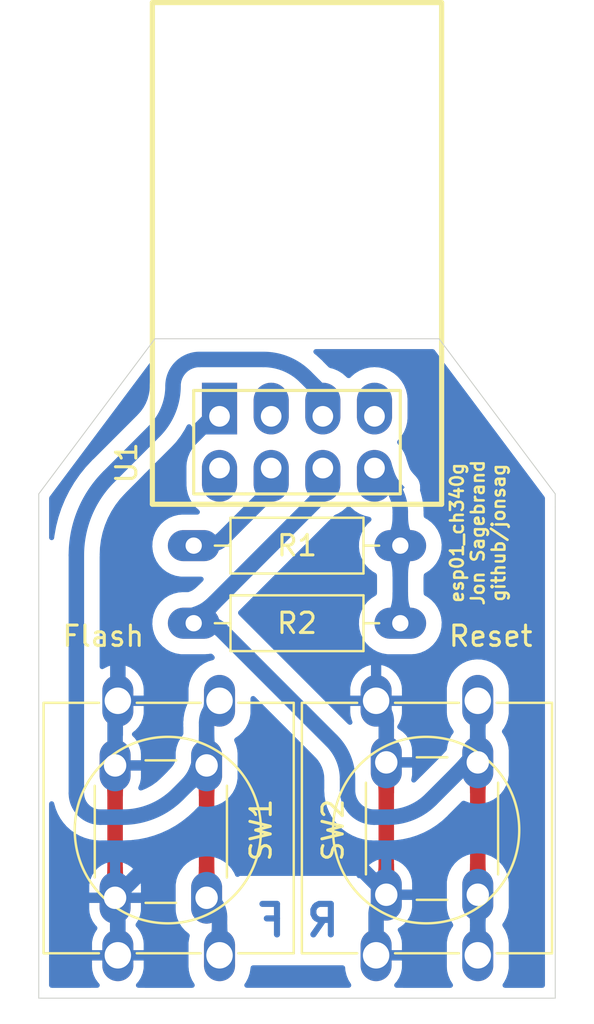
<source format=kicad_pcb>
(kicad_pcb (version 20211014) (generator pcbnew)
  (title_block (title "esp-01_ch340g") (date "2022-10-23") (rev "0.1"))
  (layers (0 "F.Cu" signal) (31 "B.Cu" signal) (34 "B.Paste" user) (35 "F.Paste" user) (36 "B.SilkS" user "B.Silkscreen") (37 "F.SilkS" user "F.Silkscreen") (38 "B.Mask" user) (39 "F.Mask" user) (44 "Edge.Cuts" user))
  (net 0 "")
  (net 1 "Net-(R1-Pad2)")
  (net 2 "VCC")
  (net 3 "Net-(R2-Pad2)")
  (net 4 "GND")
  (net 5 "Net-(SW3-Pad1)")
  (footprint "My_Misc:R_Axial_DIN0207_L6.3mm_D2.5mm_P10.16mm_Horizontal_larger_pads" (layer "F.Cu") (at 162.56 81.915 180)
    (fp_text reference "R1" (at 5.08 0) (layer "F.SilkS"))
    (fp_text value "10k" hide)
    (fp_line (start 9.12 0) (end 8.35 0) (layer "F.SilkS") (width 0.12))
    (fp_line (start 8.35 -1.37) (end 1.81 -1.37) (layer "F.SilkS") (width 0.12))
    (fp_line (start 1.04 0) (end 1.81 0) (layer "F.SilkS") (width 0.12))
    (fp_line (start 1.81 -1.37) (end 1.81 1.37) (layer "F.SilkS") (width 0.12))
    (fp_line (start 8.35 1.37) (end 8.35 -1.37) (layer "F.SilkS") (width 0.12))
    (fp_line (start 1.81 1.37) (end 8.35 1.37) (layer "F.SilkS") (width 0.12))
    (pad "1" thru_hole oval (at 0 0 180) (size 2.54 1.524) (drill 0.8) (layers *.Cu *.Mask) (net 2 "VCC"))
    (pad "2" thru_hole oval (at 10.16 0 180) (size 2.54 1.524) (drill 0.8) (layers *.Cu *.Mask) (net 1 "Net-(R1-Pad2)"))
  )
  (footprint "My_Misc:R_Axial_DIN0207_L6.3mm_D2.5mm_P10.16mm_Horizontal_larger_pads" (layer "F.Cu") (at 162.56 85.725 180)
    (fp_text reference "R2" (at 5.08 0) (layer "F.SilkS"))
    (fp_text value "10k" hide)
    (fp_line (start 9.12 0) (end 8.35 0) (layer "F.SilkS") (width 0.12))
    (fp_line (start 1.81 1.37) (end 8.35 1.37) (layer "F.SilkS") (width 0.12))
    (fp_line (start 1.04 0) (end 1.81 0) (layer "F.SilkS") (width 0.12))
    (fp_line (start 8.35 -1.37) (end 1.81 -1.37) (layer "F.SilkS") (width 0.12))
    (fp_line (start 1.81 -1.37) (end 1.81 1.37) (layer "F.SilkS") (width 0.12))
    (fp_line (start 8.35 1.37) (end 8.35 -1.37) (layer "F.SilkS") (width 0.12))
    (pad "1" thru_hole oval (at 0 0 180) (size 2.54 1.524) (drill 0.8) (layers *.Cu *.Mask) (net 2 "VCC"))
    (pad "2" thru_hole oval (at 10.16 0 180) (size 2.54 1.524) (drill 0.8) (layers *.Cu *.Mask) (net 3 "Net-(R2-Pad2)"))
  )
  (footprint "My_Misc:SW_PUSH-12mm_large" (layer "F.Cu") (at 153.67 89.535 -90)
    (fp_text reference "SW1" (at 6.35 -2.03905 90) (layer "F.SilkS"))
    (fp_text value "Flash 12mm")
    (fp_line (start 0.1 8.65) (end 0.1 5.93) (layer "F.SilkS") (width 0.12))
    (fp_line (start 12.4 5.93) (end 12.4 8.65) (layer "F.SilkS") (width 0.12))
    (fp_line (start 12.4 0.93) (end 12.4 4.07) (layer "F.SilkS") (width 0.12))
    (fp_line (start 0.1 4.07) (end 0.1 0.93) (layer "F.SilkS") (width 0.12))
    (fp_line (start 12.4 -3.65) (end 12.4 -0.93) (layer "F.SilkS") (width 0.12))
    (fp_line (start 12.4 8.65) (end 0.1 8.65) (layer "F.SilkS") (width 0.12))
    (fp_line (start 0.1 -3.65) (end 12.4 -3.65) (layer "F.SilkS") (width 0.12))
    (fp_line (start 0.1 -0.93) (end 0.1 -3.65) (layer "F.SilkS") (width 0.12))
    (fp_circle (center 6.35 2.54) (end 10.16 5.08) (layer "F.SilkS") (width 0.12) (fill none))
    (pad "1" thru_hole oval (at 0 0 270) (size 2.54 1.524) (drill 1.3) (layers *.Cu *.Mask) (net 5 "Net-(SW3-Pad1)"))
    (pad "1" thru_hole oval (at 12.5 0 270) (size 2.54 1.524) (drill 1.3) (layers *.Cu *.Mask) (net 5 "Net-(SW3-Pad1)"))
    (pad "2" thru_hole oval (at 12.5 5 270) (size 2.54 1.524) (drill 1.3) (layers *.Cu *.Mask) (net 4 "GND"))
    (pad "2" thru_hole oval (at 0 5 270) (size 2.54 1.524) (drill 1.3) (layers *.Cu *.Mask) (net 4 "GND"))
  )
  (footprint "My_Misc:SW_PUSH-12mm_large" (layer "F.Cu") (at 166.37 89.535 -90)
    (fp_text reference "SW2" (at 6.35 7.11905 90) (layer "F.SilkS"))
    (fp_text value "Reset 12mm")
    (fp_line (start 0.1 -3.65) (end 12.4 -3.65) (layer "F.SilkS") (width 0.12))
    (fp_line (start 0.1 4.07) (end 0.1 0.93) (layer "F.SilkS") (width 0.12))
    (fp_line (start 0.1 8.65) (end 0.1 5.93) (layer "F.SilkS") (width 0.12))
    (fp_line (start 12.4 0.93) (end 12.4 4.07) (layer "F.SilkS") (width 0.12))
    (fp_line (start 12.4 8.65) (end 0.1 8.65) (layer "F.SilkS") (width 0.12))
    (fp_line (start 12.4 -3.65) (end 12.4 -0.93) (layer "F.SilkS") (width 0.12))
    (fp_line (start 12.4 5.93) (end 12.4 8.65) (layer "F.SilkS") (width 0.12))
    (fp_line (start 0.1 -0.93) (end 0.1 -3.65) (layer "F.SilkS") (width 0.12))
    (fp_circle (center 6.35 2.54) (end 10.16 5.08) (layer "F.SilkS") (width 0.12) (fill none))
    (pad "1" thru_hole oval (at 0 0 270) (size 2.54 1.524) (drill 1.3) (layers *.Cu *.Mask) (net 3 "Net-(R2-Pad2)"))
    (pad "1" thru_hole oval (at 12.5 0 270) (size 2.54 1.524) (drill 1.3) (layers *.Cu *.Mask) (net 3 "Net-(R2-Pad2)"))
    (pad "2" thru_hole oval (at 0 5 270) (size 2.54 1.524) (drill 1.3) (layers *.Cu *.Mask) (net 4 "GND"))
    (pad "2" thru_hole oval (at 12.5 5 270) (size 2.54 1.524) (drill 1.3) (layers *.Cu *.Mask) (net 4 "GND"))
  )
  (footprint "My_Arduino:ESP-01_w_pin_socket_large" (layer "F.Cu") (at 153.67 78.105 90)
    (fp_text reference "U1" (at 0.254 -4.572 90) (layer "F.SilkS"))
    (fp_text value "ESP-01")
    (fp_line (start -1.778 10.922) (end -1.778 -3.302) (layer "F.SilkS") (width 0.254))
    (fp_line (start -1.27 -1.27) (end -1.27 1.27) (layer "F.SilkS") (width 0.1524))
    (fp_line (start 3.81 -1.27) (end 1.27 -1.27) (layer "F.SilkS") (width 0.1524))
    (fp_line (start 1.27 -1.27) (end -1.27 -1.27) (layer "F.SilkS") (width 0.1524))
    (fp_line (start -1.778 -3.302) (end 22.86 -3.302) (layer "F.SilkS") (width 0.254))
    (fp_line (start 3.81 8.89) (end 3.81 -1.27) (layer "F.SilkS") (width 0.1524))
    (fp_line (start -1.27 8.89) (end 3.81 8.89) (layer "F.SilkS") (width 0.1524))
    (fp_line (start -1.27 1.27) (end -1.27 8.89) (layer "F.SilkS") (width 0.1524))
    (fp_line (start 22.86 -3.302) (end 22.86 10.922) (layer "F.SilkS") (width 0.254))
    (fp_line (start 22.86 10.922) (end -1.778 10.922) (layer "F.SilkS") (width 0.254))
    (pad "1" thru_hole rect (at 2.54 0 90) (size 2.54 1.7272) (drill 1.016 (offset 0.381 0)) (layers *.Cu *.Mask) (net 4 "GND"))
    (pad "2" thru_hole oval (at 0 0 90) (size 2.54 1.7272) (drill 1.016 (offset -0.381 0)) (layers *.Cu *.Mask))
    (pad "3" thru_hole oval (at 2.54 2.54 90) (size 2.54 1.7272) (drill 1.016 (offset 0.381 0)) (layers *.Cu *.Mask))
    (pad "4" thru_hole oval (at 0 2.54 90) (size 2.54 1.7272) (drill 1.016 (offset -0.381 0)) (layers *.Cu *.Mask) (net 1 "Net-(R1-Pad2)"))
    (pad "5" thru_hole oval (at 2.54 5.08 90) (size 2.54 1.7272) (drill 1.016 (offset 0.381 0)) (layers *.Cu *.Mask) (net 5 "Net-(SW3-Pad1)"))
    (pad "6" thru_hole oval (at 0 5.08 90) (size 2.54 1.7272) (drill 1.016 (offset -0.381 0)) (layers *.Cu *.Mask) (net 3 "Net-(R2-Pad2)"))
    (pad "7" thru_hole oval (at 2.54 7.62 90) (size 2.54 1.7272) (drill 1.016 (offset 0.381 0)) (layers *.Cu *.Mask))
    (pad "8" thru_hole oval (at 0 7.62 90) (size 2.54 1.7272) (drill 1.016 (offset -0.381 0)) (layers *.Cu *.Mask) (net 2 "VCC"))
  )
  (footprint "My_Misc:SW_PUSH_6mm_large" (layer "F.Cu") (at 153.035 92.71 -90)
    (fp_text reference "SW3" hide)
    (fp_text value "Flash 6mm" hide)
    (fp_line (start 5.5 -1) (end 1 -1) (layer "F.SilkS") (width 0.12))
    (fp_line (start -0.25 1.5) (end -0.25 3) (layer "F.SilkS") (width 0.12))
    (fp_line (start 1 5.5) (end 5.5 5.5) (layer "F.SilkS") (width 0.12))
    (fp_line (start 6.75 3) (end 6.75 1.5) (layer "F.SilkS") (width 0.12))
    (pad "1" thru_hole oval locked (at 0 0) (size 1.524 2.54) (drill 1.1) (layers *.Cu *.Mask) (net 5 "Net-(SW3-Pad1)"))
    (pad "1" thru_hole oval locked (at 6.5 0) (size 1.524 2.54) (drill 1.1) (layers *.Cu *.Mask) (net 5 "Net-(SW3-Pad1)"))
    (pad "2" thru_hole oval locked (at 0 4.5) (size 1.524 2.54) (drill 1.1) (layers *.Cu *.Mask) (net 4 "GND"))
    (pad "2" thru_hole oval locked (at 6.5 4.5) (size 1.524 2.54) (drill 1.1) (layers *.Cu *.Mask) (net 4 "GND"))
  )
  (footprint "My_Misc:SW_PUSH_6mm_large" (layer "F.Cu") (at 166.37 92.56 -90)
    (fp_text reference "SW4" hide)
    (fp_text value "Reset 6mm" hide)
    (fp_line (start 5.5 -1) (end 1 -1) (layer "F.SilkS") (width 0.12))
    (fp_line (start 6.75 3) (end 6.75 1.5) (layer "F.SilkS") (width 0.12))
    (fp_line (start 1 5.5) (end 5.5 5.5) (layer "F.SilkS") (width 0.12))
    (fp_line (start -0.25 1.5) (end -0.25 3) (layer "F.SilkS") (width 0.12))
    (pad "1" thru_hole oval locked (at 0 0) (size 1.524 2.54) (drill 1.1) (layers *.Cu *.Mask) (net 3 "Net-(R2-Pad2)"))
    (pad "1" thru_hole oval locked (at 6.5 0) (size 1.524 2.54) (drill 1.1) (layers *.Cu *.Mask) (net 3 "Net-(R2-Pad2)"))
    (pad "2" thru_hole oval locked (at 0 4.5) (size 1.524 2.54) (drill 1.1) (layers *.Cu *.Mask) (net 4 "GND"))
    (pad "2" thru_hole oval locked (at 6.5 4.5) (size 1.524 2.54) (drill 1.1) (layers *.Cu *.Mask) (net 4 "GND"))
  )
  (gr_line (start 144.78 79.375) (end 144.78 104.14) (layer "Edge.Cuts") (width 0.05))
  (gr_line (start 150.495 71.755) (end 144.78 79.375) (layer "Edge.Cuts") (width 0.05))
  (gr_line (start 144.78 104.14) (end 170.18 104.14) (layer "Edge.Cuts") (width 0.05))
  (gr_line (start 170.18 79.375) (end 164.465 71.755) (layer "Edge.Cuts") (width 0.05))
  (gr_line (start 170.18 104.14) (end 170.18 80.01) (layer "Edge.Cuts") (width 0.05))
  (gr_line (start 170.18 80.01) (end 170.18 79.375) (layer "Edge.Cuts") (width 0.05))
  (gr_line (start 164.465 71.755) (end 150.495 71.755) (layer "Edge.Cuts") (width 0.05))
  (gr_text "F" (at 156.21 100.33) (layer "B.Cu") (effects (font (size 1.5 1.5) (thickness 0.3)) (justify mirror)))
  (gr_text "R" (at 158.75 100.33) (layer "B.Cu") (effects (font (size 1.5 1.5) (thickness 0.3)) (justify mirror)))
  (gr_text "Flash" (at 147.955 86.36) (layer "F.SilkS") (effects (font (size 1 1))))
  (gr_text "esp01_ch340g\nJon Sagebrand\ngithub/jonsag" (at 166.37 81.28 90) (layer "F.SilkS") (effects (font (size 0.635 0.635) (thickness 0.127))))
  (gr_text "Reset" (at 167.005 86.36) (layer "F.SilkS") (effects (font (size 1 1))))
  (segment (start 152.942241 81.915) (end 152.4 81.915) (width 0.762) (layer "B.Cu") (net 1))
  (segment (start 155.826577 79.572904) (end 153.867904 81.531577) (width 0.762) (layer "B.Cu") (net 1))
  (segment (start 156.21 78.647241) (end 156.21 78.105) (width 0.762) (layer "B.Cu") (net 1))
  (arc (start 156.21 78.647241) (mid 156.110351 79.148206) (end 155.826577 79.572904) (width 0.762) (layer "B.Cu") (net 1))
  (arc (start 153.867904 81.531577) (mid 153.443206 81.815351) (end 152.942241 81.915) (width 0.762) (layer "B.Cu") (net 1))
  (segment (start 161.925 78.74) (end 161.29 78.105) (width 0.762) (layer "B.Cu") (net 2))
  (segment (start 162.56 80.645) (end 162.56 80.273025) (width 0.762) (layer "B.Cu") (net 2))
  (segment (start 162.56 80.645) (end 162.56 83.185) (width 0.762) (layer "B.Cu") (net 2))
  (segment (start 162.56 83.185) (end 162.56 85.725) (width 0.762) (layer "B.Cu") (net 2))
  (arc (start 161.925 78.74) (mid 162.394968 79.443357) (end 162.56 80.273025) (width 0.762) (layer "B.Cu") (net 2))
  (segment (start 166.37 92.56) (end 166.37 99.06) (width 0.762) (layer "F.Cu") (net 3))
  (segment (start 161.963949 95.25) (end 161.275546 95.25) (width 0.762) (layer "B.Cu") (net 3))
  (segment (start 166.37 102.035) (end 166.37 99.06) (width 0.762) (layer "B.Cu") (net 3))
  (segment (start 159.96548 93.939933) (end 159.96548 93.37853) (width 0.762) (layer "B.Cu") (net 3))
  (segment (start 158.75 78.74) (end 158.75 78.105) (width 0.762) (layer "B.Cu") (net 3))
  (segment (start 164.065484 94.379515) (end 166.37 92.075) (width 0.762) (layer "B.Cu") (net 3))
  (segment (start 159.184798 91.493798) (end 153.77521 86.08421) (width 0.762) (layer "B.Cu") (net 3))
  (segment (start 158.300987 79.824012) (end 152.75921 85.365789) (width 0.762) (layer "B.Cu") (net 3))
  (segment (start 166.37 92.56) (end 166.37 89.535) (width 0.762) (layer "B.Cu") (net 3))
  (arc (start 152.75921 85.365789) (mid 152.713596 85.595103) (end 152.908 85.725) (width 0.762) (layer "B.Cu") (net 3))
  (arc (start 159.96548 93.939933) (mid 160.065202 94.441274) (end 160.349189 94.86629) (width 0.762) (layer "B.Cu") (net 3))
  (arc (start 158.75 78.74) (mid 158.633305 79.326663) (end 158.300987 79.824012) (width 0.762) (layer "B.Cu") (net 3))
  (arc (start 153.77521 86.08421) (mid 153.37733 85.818355) (end 152.908 85.725) (width 0.762) (layer "B.Cu") (net 3))
  (arc (start 160.349189 94.86629) (mid 160.774205 95.150277) (end 161.275546 95.25) (width 0.762) (layer "B.Cu") (net 3))
  (arc (start 164.065484 94.379515) (mid 163.101291 95.023768) (end 161.963949 95.25) (width 0.762) (layer "B.Cu") (net 3))
  (arc (start 159.184798 91.493798) (mid 159.762587 92.35852) (end 159.96548 93.37853) (width 0.762) (layer "B.Cu") (net 3))
  (segment (start 148.535 98.966109) (end 148.535 92.71) (width 0.762) (layer "F.Cu") (net 4))
  (segment (start 161.8975 99.0325) (end 161.925 99.06) (width 0.762) (layer "F.Cu") (net 4))
  (segment (start 148.5625 99.0325) (end 148.59 99.06) (width 0.762) (layer "F.Cu") (net 4))
  (segment (start 161.87 98.966109) (end 161.87 92.56) (width 0.762) (layer "F.Cu") (net 4))
  (arc (start 161.87 98.966109) (mid 161.877147 99.002039) (end 161.8975 99.0325) (width 0.762) (layer "F.Cu") (net 4))
  (arc (start 148.535 98.966109) (mid 148.542147 99.002039) (end 148.5625 99.0325) (width 0.762) (layer "F.Cu") (net 4))
  (segment (start 148.535 89.62889) (end 148.535 92.71) (width 0.762) (layer "B.Cu") (net 4))
  (segment (start 161.37 100.007444) (end 161.37 102.035) (width 0.762) (layer "B.Cu") (net 4))
  (segment (start 161.58 89.825) (end 161.29 89.535) (width 0.762) (layer "B.Cu") (net 4))
  (segment (start 148.67 99.196568) (end 148.67 102.035) (width 0.762) (layer "B.Cu") (net 4))
  (segment (start 153.233503 75.679014) (end 150.263792 78.648725) (width 0.762) (layer "B.Cu") (net 4))
  (segment (start 149.74126 98.00374) (end 148.535 99.21) (width 0.762) (layer "B.Cu") (net 4))
  (segment (start 153.508759 75.565) (end 153.67 75.565) (width 0.762) (layer "B.Cu") (net 4))
  (segment (start 161.87 90.525121) (end 161.87 92.56) (width 0.762) (layer "B.Cu") (net 4))
  (segment (start 148.67 82.496481) (end 148.67 89.535) (width 0.762) (layer "B.Cu") (net 4))
  (segment (start 160.79374 97.92874) (end 161.6475 98.7825) (width 0.762) (layer "B.Cu") (net 4))
  (segment (start 148.63 99.1) (end 148.59 99.06) (width 0.762) (layer "B.Cu") (net 4))
  (segment (start 148.5625 89.5625) (end 148.59 89.535) (width 0.762) (layer "B.Cu") (net 4))
  (segment (start 158.062636 96.79748) (end 152.653429 96.79748) (width 0.762) (layer "B.Cu") (net 4))
  (arc (start 152.653429 96.79748) (mid 151.077374 97.110976) (end 149.74126 98.00374) (width 0.762) (layer "B.Cu") (net 4))
  (arc (start 161.6475 98.7825) (mid 161.762444 99.06) (end 161.6475 99.3375) (width 0.762) (layer "B.Cu") (net 4))
  (arc (start 148.5625 89.5625) (mid 148.542147 89.59296) (end 148.535 89.62889) (width 0.762) (layer "B.Cu") (net 4))
  (arc (start 161.6475 99.3375) (mid 161.442119 99.644872) (end 161.37 100.007444) (width 0.762) (layer "B.Cu") (net 4))
  (arc (start 150.263792 78.648725) (mid 149.084213 80.41409) (end 148.67 82.496481) (width 0.762) (layer "B.Cu") (net 4))
  (arc (start 160.79374 97.92874) (mid 159.540698 97.091484) (end 158.062636 96.79748) (width 0.762) (layer "B.Cu") (net 4))
  (arc (start 161.58 89.825) (mid 161.794631 90.146218) (end 161.87 90.525121) (width 0.762) (layer "B.Cu") (net 4))
  (arc (start 148.63 99.1) (mid 148.659604 99.144305) (end 148.67 99.196568) (width 0.762) (layer "B.Cu") (net 4))
  (arc (start 153.508759 75.565) (mid 153.359791 75.594631) (end 153.233503 75.679014) (width 0.762) (layer "B.Cu") (net 4))
  (segment (start 153.035 92.71) (end 153.035 99.06) (width 0.762) (layer "F.Cu") (net 5))
  (segment (start 150.463234 76.294701) (end 148.224272 78.533663) (width 0.762) (layer "B.Cu") (net 5))
  (segment (start 158.75 75.022759) (end 158.75 75.565) (width 0.762) (layer "B.Cu") (net 5))
  (segment (start 153.035 91.44) (end 153.035 90.619012) (width 0.762) (layer "B.Cu") (net 5))
  (segment (start 148.9075 95.25) (end 147.807564 95.25) (width 0.762) (layer "B.Cu") (net 5))
  (segment (start 153.67 100.144012) (end 153.67 102.035) (width 0.762) (layer "B.Cu") (net 5))
  (segment (start 146.63048 94.072915) (end 146.63048 82.381419) (width 0.762) (layer "B.Cu") (net 5))
  (segment (start 155.832505 72.771489) (end 152.684979 72.771489) (width 0.762) (layer "B.Cu") (net 5))
  (segment (start 157.895485 73.626003) (end 158.366577 74.097095) (width 0.762) (layer "B.Cu") (net 5))
  (segment (start 152.136974 93.608025) (end 151.617532 94.127467) (width 0.762) (layer "B.Cu") (net 5))
  (segment (start 153.3525 89.8525) (end 153.67 89.535) (width 0.762) (layer "B.Cu") (net 5))
  (segment (start 153.3525 99.3775) (end 153.035 99.06) (width 0.762) (layer "B.Cu") (net 5))
  (arc (start 146.63048 94.072915) (mid 146.72008 94.523366) (end 146.97524 94.90524) (width 0.762) (layer "B.Cu") (net 5))
  (arc (start 146.97524 94.90524) (mid 147.357113 95.160399) (end 147.807564 95.25) (width 0.762) (layer "B.Cu") (net 5))
  (arc (start 152.684979 72.771489) (mid 151.764702 73.15268) (end 151.383511 74.072957) (width 0.762) (layer "B.Cu") (net 5))
  (arc (start 157.895485 73.626003) (mid 156.948981 72.993569) (end 155.832505 72.771489) (width 0.762) (layer "B.Cu") (net 5))
  (arc (start 153.035 91.44) (mid 152.80161 92.613326) (end 152.136974 93.608025) (width 0.762) (layer "B.Cu") (net 5))
  (arc (start 153.3525 89.8525) (mid 153.117515 90.204178) (end 153.035 90.619012) (width 0.762) (layer "B.Cu") (net 5))
  (arc (start 153.3525 99.3775) (mid 153.587484 99.729178) (end 153.67 100.144012) (width 0.762) (layer "B.Cu") (net 5))
  (arc (start 148.224272 78.533663) (mid 147.044693 80.299028) (end 146.63048 82.381419) (width 0.762) (layer "B.Cu") (net 5))
  (arc (start 158.366577 74.097095) (mid 158.650351 74.521793) (end 158.75 75.022759) (width 0.762) (layer "B.Cu") (net 5))
  (arc (start 151.383511 74.072957) (mid 151.144338 75.275356) (end 150.463234 76.294701) (width 0.762) (layer "B.Cu") (net 5))
  (arc (start 151.617532 94.127467) (mid 150.374158 94.958263) (end 148.9075 95.25) (width 0.762) (layer "B.Cu") (net 5))
  (zone (net 4) (net_name "GND") (layer "F.Cu") (priority 16962) (connect_pads yes (clearance 0)) (min_thickness 0.0254) (fill yes (thermal_gap 0.508) (thermal_bridge_width 0.508))
    (polygon (pts (xy 161.489 97.533) (xy 161.48627 97.704293) (xy 161.47794 97.851406) (xy 161.463798 97.979088) (xy 161.44363 98.092091) (xy 161.417225 98.195164) (xy 161.38437 98.293058) (xy 161.344852 98.390523) (xy 161.298459 98.492311) (xy 161.244979 98.60317) (xy 161.1842 98.727852) (xy 161.87 99.441) (xy 162.5558 98.727852) (xy 162.49502 98.60317) (xy 162.44154 98.492311) (xy 162.395147 98.390523) (xy 162.355629 98.293058) (xy 162.322774 98.195164) (xy 162.296369 98.092091) (xy 162.276201 97.979088) (xy 162.262059 97.851406) (xy 162.253729 97.704293) (xy 162.251 97.533)))
  )
  (zone (net 5) (net_name "Net-(SW3-Pad1)") (layer "F.Cu") (priority 16962) (connect_pads yes (clearance 0)) (min_thickness 0.0254) (fill yes (thermal_gap 0.508) (thermal_bridge_width 0.508))
    (polygon (pts (xy 152.654 97.678) (xy 152.651293 97.849975) (xy 152.643022 97.997689) (xy 152.628958 98.125907) (xy 152.608874 98.239395) (xy 152.582542 98.342918) (xy 152.549735 98.441242) (xy 152.510224 98.539132) (xy 152.463784 98.641353) (xy 152.410184 98.752671) (xy 152.3492 98.877852) (xy 153.035 99.591) (xy 153.7208 98.877852) (xy 153.659815 98.752671) (xy 153.606215 98.641353) (xy 153.559775 98.539132) (xy 153.520264 98.441242) (xy 153.487457 98.342918) (xy 153.461125 98.239395) (xy 153.441041 98.125907) (xy 153.426977 97.997689) (xy 153.418706 97.849975) (xy 153.416 97.678)))
  )
  (zone (net 4) (net_name "GND") (layer "F.Cu") (priority 16962) (connect_pads yes (clearance 0)) (min_thickness 0.0254) (fill yes (thermal_gap 0.508) (thermal_bridge_width 0.508))
    (polygon (pts (xy 148.916 94.232) (xy 148.918752 94.061387) (xy 148.92714 93.914876) (xy 148.941361 93.787729) (xy 148.961612 93.675212) (xy 148.988091 93.572589) (xy 149.020994 93.475125) (xy 149.06052 93.378084) (xy 149.106864 93.276731) (xy 149.160225 93.166331) (xy 149.2208 93.042148) (xy 148.535 92.329) (xy 147.8492 93.042148) (xy 147.909774 93.166331) (xy 147.963135 93.276731) (xy 148.009479 93.378084) (xy 148.049005 93.475125) (xy 148.081908 93.572589) (xy 148.108387 93.675212) (xy 148.128638 93.787729) (xy 148.142859 93.914876) (xy 148.151247 94.061387) (xy 148.154 94.232)))
  )
  (zone (net 4) (net_name "GND") (layer "F.Cu") (priority 16962) (connect_pads yes (clearance 0)) (min_thickness 0.0254) (fill yes (thermal_gap 0.508) (thermal_bridge_width 0.508))
    (polygon (pts (xy 148.154 97.683) (xy 148.15127 97.854293) (xy 148.14294 98.001406) (xy 148.128798 98.129088) (xy 148.10863 98.242091) (xy 148.082225 98.345164) (xy 148.04937 98.443058) (xy 148.009852 98.540523) (xy 147.963459 98.642311) (xy 147.909979 98.75317) (xy 147.8492 98.877852) (xy 148.535 99.591) (xy 149.2208 98.877852) (xy 149.16002 98.75317) (xy 149.10654 98.642311) (xy 149.060147 98.540523) (xy 149.020629 98.443058) (xy 148.987774 98.345164) (xy 148.961369 98.242091) (xy 148.941201 98.129088) (xy 148.927059 98.001406) (xy 148.918729 97.854293) (xy 148.916 97.683)))
  )
  (zone (net 5) (net_name "Net-(SW3-Pad1)") (layer "F.Cu") (priority 16962) (connect_pads yes (clearance 0)) (min_thickness 0.0254) (fill yes (thermal_gap 0.508) (thermal_bridge_width 0.508))
    (polygon (pts (xy 153.416 94.232) (xy 153.418752 94.061387) (xy 153.42714 93.914876) (xy 153.441361 93.787729) (xy 153.461612 93.675212) (xy 153.488091 93.572589) (xy 153.520994 93.475125) (xy 153.56052 93.378084) (xy 153.606864 93.276731) (xy 153.660225 93.166331) (xy 153.7208 93.042148) (xy 153.035 92.329) (xy 152.3492 93.042148) (xy 152.409774 93.166331) (xy 152.463135 93.276731) (xy 152.509479 93.378084) (xy 152.549005 93.475125) (xy 152.581908 93.572589) (xy 152.608387 93.675212) (xy 152.628638 93.787729) (xy 152.642859 93.914876) (xy 152.651247 94.061387) (xy 152.654 94.232)))
  )
  (zone (net 3) (net_name "Net-(R2-Pad2)") (layer "F.Cu") (priority 16962) (connect_pads yes (clearance 0)) (min_thickness 0.0254) (fill yes (thermal_gap 0.508) (thermal_bridge_width 0.508))
    (polygon (pts (xy 165.989 97.538) (xy 165.986247 97.708612) (xy 165.977859 97.855123) (xy 165.963638 97.98227) (xy 165.943387 98.094787) (xy 165.916908 98.19741) (xy 165.884005 98.294874) (xy 165.844479 98.391915) (xy 165.798135 98.493268) (xy 165.744774 98.603668) (xy 165.6842 98.727852) (xy 166.37 99.441) (xy 167.0558 98.727852) (xy 166.995225 98.603668) (xy 166.941864 98.493268) (xy 166.89552 98.391915) (xy 166.855994 98.294874) (xy 166.823091 98.19741) (xy 166.796612 98.094787) (xy 166.776361 97.98227) (xy 166.76214 97.855123) (xy 166.753752 97.708612) (xy 166.751 97.538)))
  )
  (zone (net 3) (net_name "Net-(R2-Pad2)") (layer "F.Cu") (priority 16962) (connect_pads yes (clearance 0)) (min_thickness 0.0254) (fill yes (thermal_gap 0.508) (thermal_bridge_width 0.508))
    (polygon (pts (xy 166.751 94.082) (xy 166.753752 93.911387) (xy 166.76214 93.764876) (xy 166.776361 93.637729) (xy 166.796612 93.525212) (xy 166.823091 93.422589) (xy 166.855994 93.325125) (xy 166.89552 93.228084) (xy 166.941864 93.126731) (xy 166.995225 93.016331) (xy 167.0558 92.892148) (xy 166.37 92.179) (xy 165.6842 92.892148) (xy 165.744774 93.016331) (xy 165.798135 93.126731) (xy 165.844479 93.228084) (xy 165.884005 93.325125) (xy 165.916908 93.422589) (xy 165.943387 93.525212) (xy 165.963638 93.637729) (xy 165.977859 93.764876) (xy 165.986247 93.911387) (xy 165.989 94.082)))
  )
  (zone (net 4) (net_name "GND") (layer "F.Cu") (priority 16962) (connect_pads yes (clearance 0)) (min_thickness 0.0254) (fill yes (thermal_gap 0.508) (thermal_bridge_width 0.508))
    (polygon (pts (xy 162.251 94.082) (xy 162.253752 93.911387) (xy 162.26214 93.764876) (xy 162.276361 93.637729) (xy 162.296612 93.525212) (xy 162.323091 93.422589) (xy 162.355994 93.325125) (xy 162.39552 93.228084) (xy 162.441864 93.126731) (xy 162.495225 93.016331) (xy 162.5558 92.892148) (xy 161.87 92.179) (xy 161.1842 92.892148) (xy 161.244774 93.016331) (xy 161.298135 93.126731) (xy 161.344479 93.228084) (xy 161.384005 93.325125) (xy 161.416908 93.422589) (xy 161.443387 93.525212) (xy 161.463638 93.637729) (xy 161.477859 93.764876) (xy 161.486247 93.911387) (xy 161.489 94.082)))
  )
  (zone (net 0) (net_name "") (layer "B.Cu") (connect_pads (clearance 0.508)) (min_thickness 0.254) (fill yes (thermal_gap 0.508) (thermal_bridge_width 0.508))
    (polygon (pts (xy 172.085 79.375) (xy 172.085 105.41) (xy 142.875 105.41) (xy 142.875 78.74) (xy 149.225 70.485) (xy 165.735 70.485)))
  )
  (zone (net 4) (net_name "GND") (layer "B.Cu") (connect_pads (clearance 0.508)) (min_thickness 0.254) (fill yes (thermal_gap 0.508) (thermal_bridge_width 0.508))
    (polygon (pts (xy 170.815 79.375) (xy 170.815 104.775) (xy 144.145 104.775) (xy 144.145 78.74) (xy 149.86 71.12) (xy 165.1 71.12)))
  )
  (zone (net 3) (net_name "Net-(R2-Pad2)") (layer "B.Cu") (priority 16962) (connect_pads yes (clearance 0)) (min_thickness 0.0254) (fill yes (thermal_gap 0.508) (thermal_bridge_width 0.508))
    (polygon (pts (xy 165.563192 93.420624) (xy 165.620982 93.366151) (xy 165.6757 93.321676) (xy 165.728206 93.286772) (xy 165.779358 93.261017) (xy 165.830017 93.243984) (xy 165.881041 93.235249) (xy 165.933289 93.234388) (xy 165.987622 93.240975) (xy 166.044897 93.254586) (xy 166.105976 93.274797) (xy 166.749201 92.523025) (xy 165.831185 92.021185) (xy 165.738776 92.1151) (xy 165.65919 92.198775) (xy 165.588597 92.275396) (xy 165.523164 92.348147) (xy 165.459061 92.420215) (xy 165.392455 92.494786) (xy 165.319515 92.575045) (xy 165.236409 92.664177) (xy 165.139307 92.76537) (xy 165.024376 92.881808)))
  )
  (zone (net 5) (net_name "Net-(SW3-Pad1)") (layer "B.Cu") (priority 16962) (connect_pads yes (clearance 0)) (min_thickness 0.0254) (fill yes (thermal_gap 0.508) (thermal_bridge_width 0.508))
    (polygon (pts (xy 153.416 90.803974) (xy 153.422509 90.700668) (xy 153.441383 90.613129) (xy 153.471644 90.539476) (xy 153.512313 90.477831) (xy 153.562411 90.426311) (xy 153.620958 90.383037) (xy 153.686977 90.346129) (xy 153.759487 90.313707) (xy 153.837511 90.283889) (xy 153.920069 90.254798) (xy 153.939407 89.265593) (xy 152.908 89.535) (xy 152.900888 89.678851) (xy 152.881584 89.803634) (xy 152.853135 89.915088) (xy 152.818592 90.01895) (xy 152.781 90.120956) (xy 152.743408 90.226845) (xy 152.708864 90.342354) (xy 152.680416 90.47322) (xy 152.661112 90.62518) (xy 152.654 90.803974)))
  )
  (zone (net 3) (net_name "Net-(R2-Pad2)") (layer "B.Cu") (priority 16962) (connect_pads yes (clearance 0)) (min_thickness 0.0254) (fill yes (thermal_gap 0.508) (thermal_bridge_width 0.508))
    (polygon (pts (xy 153.206808 84.379376) (xy 153.084221 84.49807) (xy 152.97469 84.595738) (xy 152.874728 84.675589) (xy 152.780847 84.740831) (xy 152.689559 84.794673) (xy 152.597375 84.840324) (xy 152.500808 84.880994) (xy 152.39637 84.91989) (xy 152.280574 84.960223) (xy 152.149931 85.005202) (xy 152.130593 85.994407) (xy 153.119798 85.975069) (xy 153.164776 85.844425) (xy 153.205109 85.728629) (xy 153.244005 85.624191) (xy 153.284675 85.527624) (xy 153.330326 85.43544) (xy 153.384168 85.344152) (xy 153.44941 85.250271) (xy 153.529261 85.150309) (xy 153.626929 85.040778) (xy 153.745624 84.918192)))
  )
  (zone (net 5) (net_name "Net-(SW3-Pad1)") (layer "B.Cu") (priority 16962) (connect_pads yes (clearance 0)) (min_thickness 0.0254) (fill yes (thermal_gap 0.508) (thermal_bridge_width 0.508))
    (polygon (pts (xy 158.021597 74.29093) (xy 158.101805 74.384329) (xy 158.154008 74.474445) (xy 158.181615 74.562208) (xy 158.188038 74.648543) (xy 158.176689 74.734381) (xy 158.150979 74.820647) (xy 158.11432 74.908271) (xy 158.070122 74.99818) (xy 158.021798 75.091302) (xy 157.97276 75.188566) (xy 158.75 75.9968) (xy 159.360657 74.954343) (xy 159.250162 74.832593) (xy 159.165463 74.717343) (xy 159.099426 74.606284) (xy 159.044916 74.497104) (xy 158.994798 74.387493) (xy 158.94194 74.275141) (xy 158.879206 74.157738) (xy 158.799463 74.032972) (xy 158.695576 73.898535) (xy 158.560412 73.752115)))
  )
  (zone (net 3) (net_name "Net-(R2-Pad2)") (layer "B.Cu") (priority 16962) (connect_pads yes (clearance 0)) (min_thickness 0.0254) (fill yes (thermal_gap 0.508) (thermal_bridge_width 0.508))
    (polygon (pts (xy 166.751 100.582) (xy 166.753752 100.411387) (xy 166.76214 100.264876) (xy 166.776361 100.137729) (xy 166.796612 100.025212) (xy 166.823091 99.922589) (xy 166.855994 99.825125) (xy 166.89552 99.728084) (xy 166.941864 99.626731) (xy 166.995225 99.516331) (xy 167.0558 99.392148) (xy 166.37 98.679) (xy 165.6842 99.392148) (xy 165.744774 99.516331) (xy 165.798135 99.626731) (xy 165.844479 99.728084) (xy 165.884005 99.825125) (xy 165.916908 99.922589) (xy 165.943387 100.025212) (xy 165.963638 100.137729) (xy 165.977859 100.264876) (xy 165.986247 100.411387) (xy 165.989 100.582)))
  )
  (zone (net 3) (net_name "Net-(R2-Pad2)") (layer "B.Cu") (priority 16962) (connect_pads yes (clearance 0)) (min_thickness 0.0254) (fill yes (thermal_gap 0.508) (thermal_bridge_width 0.508))
    (polygon (pts (xy 165.989 100.513) (xy 165.986247 100.683612) (xy 165.977859 100.830123) (xy 165.963638 100.95727) (xy 165.943387 101.069787) (xy 165.916908 101.17241) (xy 165.884005 101.269874) (xy 165.844479 101.366915) (xy 165.798135 101.468268) (xy 165.744774 101.578668) (xy 165.6842 101.702852) (xy 166.37 102.416) (xy 167.0558 101.702852) (xy 166.995225 101.578668) (xy 166.941864 101.468268) (xy 166.89552 101.366915) (xy 166.855994 101.269874) (xy 166.823091 101.17241) (xy 166.796612 101.069787) (xy 166.776361 100.95727) (xy 166.76214 100.830123) (xy 166.753752 100.683612) (xy 166.751 100.513)))
  )
  (zone (net 5) (net_name "Net-(SW3-Pad1)") (layer "B.Cu") (priority 16962) (connect_pads yes (clearance 0)) (min_thickness 0.0254) (fill yes (thermal_gap 0.508) (thermal_bridge_width 0.508))
    (polygon (pts (xy 154.051 100.328974) (xy 154.043888 100.170621) (xy 154.024584 100.036353) (xy 153.996135 99.921011) (xy 153.961592 99.819433) (xy 153.924 99.726457) (xy 153.886408 99.636925) (xy 153.851864 99.545673) (xy 153.823416 99.447542) (xy 153.804112 99.337372) (xy 153.797 99.21) (xy 152.725935 98.987202) (xy 152.9034 99.960549) (xy 152.965255 99.972617) (xy 153.024188 99.987413) (xy 153.079352 100.005977) (xy 153.129903 100.029353) (xy 153.174995 100.05858) (xy 153.213783 100.094702) (xy 153.245423 100.138761) (xy 153.269069 100.191798) (xy 153.283876 100.254855) (xy 153.289 100.328974)))
  )
  (zone (net 5) (net_name "Net-(SW3-Pad1)") (layer "B.Cu") (priority 16962) (connect_pads yes (clearance 0)) (min_thickness 0.0254) (fill yes (thermal_gap 0.508) (thermal_bridge_width 0.508))
    (polygon (pts (xy 152.228192 94.055624) (xy 152.350778 93.936929) (xy 152.460309 93.839261) (xy 152.560271 93.75941) (xy 152.654152 93.694168) (xy 152.74544 93.640326) (xy 152.837624 93.594675) (xy 152.934191 93.554005) (xy 153.038629 93.515109) (xy 153.154425 93.474776) (xy 153.285069 93.429798) (xy 153.304407 92.440593) (xy 152.315202 92.459931) (xy 152.270223 92.590574) (xy 152.22989 92.70637) (xy 152.190994 92.810808) (xy 152.150324 92.907375) (xy 152.104673 92.999559) (xy 152.050831 93.090847) (xy 151.985589 93.184728) (xy 151.905738 93.28469) (xy 151.80807 93.394221) (xy 151.689376 93.516808)))
  )
  (zone (net 2) (net_name "VCC") (layer "B.Cu") (priority 16962) (connect_pads yes (clearance 0)) (min_thickness 0.0254) (fill yes (thermal_gap 0.508) (thermal_bridge_width 0.508))
    (polygon (pts (xy 162.778176 79.05436) (xy 162.643814 78.913903) (xy 162.535763 78.787783) (xy 162.449749 78.672057) (xy 162.381499 78.562778) (xy 162.326741 78.456002) (xy 162.281201 78.347784) (xy 162.240607 78.234178) (xy 162.200686 78.11124) (xy 162.157165 77.975025) (xy 162.105771 77.821588) (xy 160.984672 77.799672) (xy 161.006588 78.920771) (xy 161.160025 78.972165) (xy 161.29624 79.015686) (xy 161.419178 79.055607) (xy 161.532784 79.096201) (xy 161.641002 79.141741) (xy 161.747778 79.196499) (xy 161.857057 79.264749) (xy 161.972783 79.350763) (xy 162.098903 79.458814) (xy 162.23936 79.593176)))
  )
  (zone (net 3) (net_name "Net-(R2-Pad2)") (layer "B.Cu") (priority 16962) (connect_pads yes (clearance 0)) (min_thickness 0.0254) (fill yes (thermal_gap 0.508) (thermal_bridge_width 0.508))
    (polygon (pts (xy 158.691593 79.972222) (xy 158.821474 79.82589) (xy 158.914776 79.687938) (xy 158.979968 79.556946) (xy 159.02552 79.431494) (xy 159.0599 79.310164) (xy 159.091578 79.191536) (xy 159.129023 79.07419) (xy 159.180705 78.956708) (xy 159.255093 78.83767) (xy 159.360657 78.715657) (xy 158.75 77.6732) (xy 157.97276 78.481434) (xy 158.029177 78.585825) (xy 158.090939 78.685013) (xy 158.152839 78.780181) (xy 158.209672 78.872517) (xy 158.256234 78.963204) (xy 158.287318 79.053429) (xy 158.29772 79.144376) (xy 158.282234 79.237231) (xy 158.235655 79.333179) (xy 158.152778 79.433407)))
  )
  (zone (net 1) (net_name "Net-(R1-Pad2)") (layer "B.Cu") (priority 16962) (connect_pads yes (clearance 0)) (min_thickness 0.0254) (fill yes (thermal_gap 0.508) (thermal_bridge_width 0.508))
    (polygon (pts (xy 153.531517 81.32915) (xy 153.447753 81.399355) (xy 153.366852 81.44161) (xy 153.28806 81.459713) (xy 153.21062 81.457462) (xy 153.13378 81.438655) (xy 153.056783 81.407089) (xy 152.978876 81.366563) (xy 152.899304 81.320874) (xy 152.817313 81.27382) (xy 152.732148 81.2292) (xy 152.019 81.915) (xy 152.938815 82.453815) (xy 153.045909 82.361998) (xy 153.151636 82.297742) (xy 153.257013 82.25348) (xy 153.363057 82.221647) (xy 153.470786 82.194677) (xy 153.581218 82.165003) (xy 153.695371 82.125061) (xy 153.814262 82.067284) (xy 153.93891 81.984107) (xy 154.070332 81.867965)))
  )
  (zone (net 5) (net_name "Net-(SW3-Pad1)") (layer "B.Cu") (priority 16962) (connect_pads yes (clearance 0)) (min_thickness 0.0254) (fill yes (thermal_gap 0.508) (thermal_bridge_width 0.508))
    (polygon (pts (xy 152.654 91.188) (xy 152.651247 91.358612) (xy 152.642859 91.505123) (xy 152.628638 91.63227) (xy 152.608387 91.744787) (xy 152.581908 91.84741) (xy 152.549005 91.944874) (xy 152.509479 92.041915) (xy 152.463135 92.143268) (xy 152.409774 92.253668) (xy 152.3492 92.377852) (xy 153.035 93.091) (xy 153.7208 92.377852) (xy 153.660225 92.253668) (xy 153.606864 92.143268) (xy 153.56052 92.041915) (xy 153.520994 91.944874) (xy 153.488091 91.84741) (xy 153.461612 91.744787) (xy 153.441361 91.63227) (xy 153.42714 91.505123) (xy 153.418752 91.358612) (xy 153.416 91.188)))
  )
  (zone (net 5) (net_name "Net-(SW3-Pad1)") (layer "B.Cu") (priority 16962) (connect_pads yes (clearance 0)) (min_thickness 0.0254) (fill yes (thermal_gap 0.508) (thermal_bridge_width 0.508))
    (polygon (pts (xy 153.289 100.513) (xy 153.286247 100.683612) (xy 153.277859 100.830123) (xy 153.263638 100.95727) (xy 153.243387 101.069787) (xy 153.216908 101.17241) (xy 153.184005 101.269874) (xy 153.144479 101.366915) (xy 153.098135 101.468268) (xy 153.044774 101.578668) (xy 152.9842 101.702852) (xy 153.67 102.416) (xy 154.3558 101.702852) (xy 154.295225 101.578668) (xy 154.241864 101.468268) (xy 154.19552 101.366915) (xy 154.155994 101.269874) (xy 154.123091 101.17241) (xy 154.096612 101.069787) (xy 154.076361 100.95727) (xy 154.06214 100.830123) (xy 154.053752 100.683612) (xy 154.051 100.513)))
  )
  (zone (net 3) (net_name "Net-(R2-Pad2)") (layer "B.Cu") (priority 16962) (connect_pads yes (clearance 0)) (min_thickness 0.0254) (fill yes (thermal_gap 0.508) (thermal_bridge_width 0.508))
    (polygon (pts (xy 154.050274 85.820459) (xy 153.918982 85.702528) (xy 153.795691 85.615503) (xy 153.67908 85.552337) (xy 153.567827 85.505981) (xy 153.460611 85.469388) (xy 153.356109 85.43551) (xy 153.253 85.397298) (xy 153.149962 85.347705) (xy 153.045674 85.279683) (xy 152.938815 85.186185) (xy 152.019 85.725) (xy 152.732148 86.4108) (xy 152.814836 86.368811) (xy 152.894655 86.326641) (xy 152.972284 86.287429) (xy 153.048403 86.25431) (xy 153.123691 86.230423) (xy 153.198828 86.218904) (xy 153.274494 86.222893) (xy 153.351368 86.245526) (xy 153.43013 86.28994) (xy 153.511459 86.359274)))
  )
  (zone (net 2) (net_name "VCC") (layer "B.Cu") (priority 16962) (connect_pads yes (clearance 0)) (min_thickness 0.0254) (fill yes (thermal_gap 0.508) (thermal_bridge_width 0.508))
    (polygon (pts (xy 162.941 83.437) (xy 162.943752 83.266387) (xy 162.95214 83.119876) (xy 162.966361 82.992729) (xy 162.986612 82.880212) (xy 163.013091 82.777589) (xy 163.045994 82.680125) (xy 163.08552 82.583084) (xy 163.131864 82.481731) (xy 163.185225 82.371331) (xy 163.2458 82.247148) (xy 162.56 81.534) (xy 161.8742 82.247148) (xy 161.934774 82.371331) (xy 161.988135 82.481731) (xy 162.034479 82.583084) (xy 162.074005 82.680125) (xy 162.106908 82.777589) (xy 162.133387 82.880212) (xy 162.153638 82.992729) (xy 162.167859 83.119876) (xy 162.176247 83.266387) (xy 162.179 83.437)))
  )
  (zone (net 1) (net_name "Net-(R1-Pad2)") (layer "B.Cu") (priority 16962) (connect_pads yes (clearance 0)) (min_thickness 0.0254) (fill yes (thermal_gap 0.508) (thermal_bridge_width 0.508))
    (polygon (pts (xy 156.020412 79.917885) (xy 156.155576 79.771464) (xy 156.259463 79.637027) (xy 156.339206 79.512261) (xy 156.40194 79.394858) (xy 156.454798 79.282506) (xy 156.504916 79.172895) (xy 156.559426 79.063715) (xy 156.625463 78.952656) (xy 156.710162 78.837406) (xy 156.820657 78.715657) (xy 156.21 77.6732) (xy 155.43276 78.481434) (xy 155.481798 78.578697) (xy 155.530122 78.671819) (xy 155.57432 78.761728) (xy 155.610979 78.849352) (xy 155.636689 78.935618) (xy 155.648038 79.021456) (xy 155.641615 79.107791) (xy 155.614008 79.195554) (xy 155.561805 79.28567) (xy 155.481597 79.37907)))
  )
  (zone (net 2) (net_name "VCC") (layer "B.Cu") (priority 16962) (connect_pads yes (clearance 0)) (min_thickness 0.0254) (fill yes (thermal_gap 0.508) (thermal_bridge_width 0.508))
    (polygon (pts (xy 162.179 80.393) (xy 162.176247 80.563612) (xy 162.167859 80.710123) (xy 162.153638 80.83727) (xy 162.133387 80.949787) (xy 162.106908 81.05241) (xy 162.074005 81.149874) (xy 162.034479 81.246915) (xy 161.988135 81.348268) (xy 161.934774 81.458668) (xy 161.8742 81.582852) (xy 162.56 82.296) (xy 163.2458 81.582852) (xy 163.185225 81.458668) (xy 163.131864 81.348268) (xy 163.08552 81.246915) (xy 163.045994 81.149874) (xy 163.013091 81.05241) (xy 162.986612 80.949787) (xy 162.966361 80.83727) (xy 162.95214 80.710123) (xy 162.943752 80.563612) (xy 162.941 80.393)))
  )
  (zone (net 3) (net_name "Net-(R2-Pad2)") (layer "B.Cu") (priority 16962) (connect_pads yes (clearance 0)) (min_thickness 0.0254) (fill yes (thermal_gap 0.508) (thermal_bridge_width 0.508))
    (polygon (pts (xy 165.989 91.038) (xy 165.986247 91.208612) (xy 165.977859 91.355123) (xy 165.963638 91.48227) (xy 165.943387 91.594787) (xy 165.916908 91.69741) (xy 165.884005 91.794874) (xy 165.844479 91.891915) (xy 165.798135 91.993268) (xy 165.744774 92.103668) (xy 165.6842 92.227852) (xy 166.37 92.941) (xy 167.0558 92.227852) (xy 166.995225 92.103668) (xy 166.941864 91.993268) (xy 166.89552 91.891915) (xy 166.855994 91.794874) (xy 166.823091 91.69741) (xy 166.796612 91.594787) (xy 166.776361 91.48227) (xy 166.76214 91.355123) (xy 166.753752 91.208612) (xy 166.751 91.038)))
  )
  (zone (net 3) (net_name "Net-(R2-Pad2)") (layer "B.Cu") (priority 16962) (connect_pads yes (clearance 0)) (min_thickness 0.0254) (fill yes (thermal_gap 0.508) (thermal_bridge_width 0.508))
    (polygon (pts (xy 166.751 91.057) (xy 166.753752 90.886387) (xy 166.76214 90.739876) (xy 166.776361 90.612729) (xy 166.796612 90.500212) (xy 166.823091 90.397589) (xy 166.855994 90.300125) (xy 166.89552 90.203084) (xy 166.941864 90.101731) (xy 166.995225 89.991331) (xy 167.0558 89.867148) (xy 166.37 89.154) (xy 165.6842 89.867148) (xy 165.744774 89.991331) (xy 165.798135 90.101731) (xy 165.844479 90.203084) (xy 165.884005 90.300125) (xy 165.916908 90.397589) (xy 165.943387 90.500212) (xy 165.963638 90.612729) (xy 165.977859 90.739876) (xy 165.986247 90.886387) (xy 165.989 91.057)))
  )
  (zone (net 2) (net_name "VCC") (layer "B.Cu") (priority 16962) (connect_pads yes (clearance 0)) (min_thickness 0.0254) (fill yes (thermal_gap 0.508) (thermal_bridge_width 0.508))
    (polygon (pts (xy 162.179 84.203) (xy 162.176247 84.373612) (xy 162.167859 84.520123) (xy 162.153638 84.64727) (xy 162.133387 84.759787) (xy 162.106908 84.86241) (xy 162.074005 84.959874) (xy 162.034479 85.056915) (xy 161.988135 85.158268) (xy 161.934774 85.268668) (xy 161.8742 85.392852) (xy 162.56 86.106) (xy 163.2458 85.392852) (xy 163.185225 85.268668) (xy 163.131864 85.158268) (xy 163.08552 85.056915) (xy 163.045994 84.959874) (xy 163.013091 84.86241) (xy 162.986612 84.759787) (xy 162.966361 84.64727) (xy 162.95214 84.520123) (xy 162.943752 84.373612) (xy 162.941 84.203)))
  )
)
</source>
